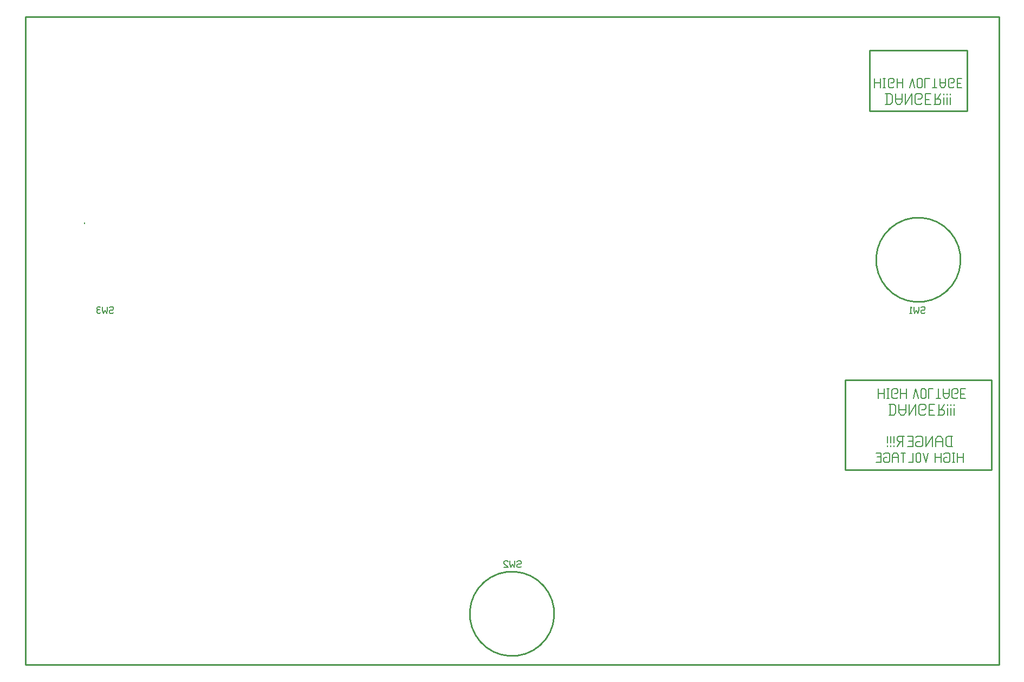
<source format=gbr>
G04 start of page 9 for group -4078 idx -4078 *
G04 Title: (unknown), bottomsilk *
G04 Creator: pcb 20140316 *
G04 CreationDate: Wed 29 Apr 2020 12:31:51 AM GMT UTC *
G04 For: railfan *
G04 Format: Gerber/RS-274X *
G04 PCB-Dimensions (mil): 6000.00 4000.00 *
G04 PCB-Coordinate-Origin: lower left *
%MOIN*%
%FSLAX25Y25*%
%LNBOTTOMSILK*%
%ADD74C,0.0080*%
%ADD73C,0.0100*%
G54D73*X595000Y120500D02*Y176000D01*
X505000D01*
Y120500D01*
X595000D01*
X580000Y341500D02*X520000D01*
Y379000D01*
X580000D01*
Y341500D01*
X500Y399500D02*X599500D01*
Y500D01*
X500D01*
Y399500D01*
G54D74*X530519Y345701D02*Y352341D01*
X532677Y345701D02*X533839Y346863D01*
Y351179D01*
X532677Y352341D02*X533839Y351179D01*
X529689Y352341D02*X532677D01*
X529689Y345701D02*X532677D01*
X535831Y347361D02*Y352341D01*
Y347361D02*X536993Y345701D01*
X538819D01*
X539981Y347361D01*
Y352341D01*
X535831Y349021D02*X539981D01*
X541973Y345701D02*Y352341D01*
Y345701D02*X546123Y352341D01*
Y345701D02*Y352341D01*
X551435Y345701D02*X552265Y346531D01*
X548945Y345701D02*X551435D01*
X548115Y346531D02*X548945Y345701D01*
X548115Y346531D02*Y351511D01*
X548945Y352341D01*
X551435D01*
X552265Y351511D01*
Y349851D02*Y351511D01*
X551435Y349021D02*X552265Y349851D01*
X549775Y349021D02*X551435D01*
X554257Y348689D02*X556747D01*
X554257Y352341D02*X557577D01*
X554257Y345701D02*Y352341D01*
Y345701D02*X557577D01*
X559569D02*X562889D01*
X563719Y346531D01*
Y348191D01*
X562889Y349021D02*X563719Y348191D01*
X560399Y349021D02*X562889D01*
X560399Y345701D02*Y352341D01*
X561727Y349021D02*X563719Y352341D01*
X565711Y351511D02*Y352341D01*
Y345701D02*Y349851D01*
X567703Y351511D02*Y352341D01*
Y345701D02*Y349851D01*
X569695Y351511D02*Y352341D01*
Y345701D02*Y349851D01*
X523030Y356055D02*Y361815D01*
X526630Y356055D02*Y361815D01*
X523030Y358935D02*X526630D01*
X528358Y356055D02*X529798D01*
X529078D02*Y361815D01*
X528358D02*X529798D01*
X534406Y356055D02*X535126Y356775D01*
X532246Y356055D02*X534406D01*
X531526Y356775D02*X532246Y356055D01*
X531526Y356775D02*Y361095D01*
X532246Y361815D01*
X534406D01*
X535126Y361095D01*
Y359655D02*Y361095D01*
X534406Y358935D02*X535126Y359655D01*
X532966Y358935D02*X534406D01*
X536854Y356055D02*Y361815D01*
X540454Y356055D02*Y361815D01*
X536854Y358935D02*X540454D01*
X544774Y356055D02*X546214Y361815D01*
X547654Y356055D01*
X549382Y356775D02*Y361095D01*
Y356775D02*X550102Y356055D01*
X551542D01*
X552262Y356775D01*
Y361095D01*
X551542Y361815D02*X552262Y361095D01*
X550102Y361815D02*X551542D01*
X549382Y361095D02*X550102Y361815D01*
X553990Y356055D02*Y361815D01*
X556870D01*
X558598Y356055D02*X561478D01*
X560038D02*Y361815D01*
X563206Y357495D02*Y361815D01*
Y357495D02*X564214Y356055D01*
X565798D01*
X566806Y357495D01*
Y361815D01*
X563206Y358935D02*X566806D01*
X571414Y356055D02*X572134Y356775D01*
X569254Y356055D02*X571414D01*
X568534Y356775D02*X569254Y356055D01*
X568534Y356775D02*Y361095D01*
X569254Y361815D01*
X571414D01*
X572134Y361095D01*
Y359655D02*Y361095D01*
X571414Y358935D02*X572134Y359655D01*
X569974Y358935D02*X571414D01*
X573862Y358647D02*X576022D01*
X573862Y361815D02*X576742D01*
X573862Y356055D02*Y361815D01*
Y356055D02*X576742D01*
X532793Y154390D02*Y161030D01*
X534951Y154390D02*X536113Y155552D01*
Y159868D01*
X534951Y161030D02*X536113Y159868D01*
X531963Y161030D02*X534951D01*
X531963Y154390D02*X534951D01*
X538105Y156050D02*Y161030D01*
Y156050D02*X539267Y154390D01*
X541093D01*
X542255Y156050D01*
Y161030D01*
X538105Y157710D02*X542255D01*
X544247Y154390D02*Y161030D01*
Y154390D02*X548397Y161030D01*
Y154390D02*Y161030D01*
X553709Y154390D02*X554539Y155220D01*
X551219Y154390D02*X553709D01*
X550389Y155220D02*X551219Y154390D01*
X550389Y155220D02*Y160200D01*
X551219Y161030D01*
X553709D01*
X554539Y160200D01*
Y158540D02*Y160200D01*
X553709Y157710D02*X554539Y158540D01*
X552049Y157710D02*X553709D01*
X556531Y157378D02*X559021D01*
X556531Y161030D02*X559851D01*
X556531Y154390D02*Y161030D01*
Y154390D02*X559851D01*
X561843D02*X565163D01*
X565993Y155220D01*
Y156880D01*
X565163Y157710D02*X565993Y156880D01*
X562673Y157710D02*X565163D01*
X562673Y154390D02*Y161030D01*
X564001Y157710D02*X565993Y161030D01*
X567985Y160200D02*Y161030D01*
Y154390D02*Y158540D01*
X569977Y160200D02*Y161030D01*
Y154390D02*Y158540D01*
X571969Y160200D02*Y161030D01*
Y154390D02*Y158540D01*
X525303Y164744D02*Y170504D01*
X528903Y164744D02*Y170504D01*
X525303Y167624D02*X528903D01*
X530631Y164744D02*X532071D01*
X531351D02*Y170504D01*
X530631D02*X532071D01*
X536679Y164744D02*X537399Y165464D01*
X534519Y164744D02*X536679D01*
X533799Y165464D02*X534519Y164744D01*
X533799Y165464D02*Y169784D01*
X534519Y170504D01*
X536679D01*
X537399Y169784D01*
Y168344D02*Y169784D01*
X536679Y167624D02*X537399Y168344D01*
X535239Y167624D02*X536679D01*
X539127Y164744D02*Y170504D01*
X542727Y164744D02*Y170504D01*
X539127Y167624D02*X542727D01*
X547047Y164744D02*X548487Y170504D01*
X549927Y164744D01*
X551655Y165464D02*Y169784D01*
Y165464D02*X552375Y164744D01*
X553815D01*
X554535Y165464D01*
Y169784D01*
X553815Y170504D02*X554535Y169784D01*
X552375Y170504D02*X553815D01*
X551655Y169784D02*X552375Y170504D01*
X556263Y164744D02*Y170504D01*
X559143D01*
X560871Y164744D02*X563751D01*
X562311D02*Y170504D01*
X565479Y166184D02*Y170504D01*
Y166184D02*X566487Y164744D01*
X568071D01*
X569079Y166184D01*
Y170504D01*
X565479Y167624D02*X569079D01*
X573687Y164744D02*X574407Y165464D01*
X571527Y164744D02*X573687D01*
X570807Y165464D02*X571527Y164744D01*
X570807Y165464D02*Y169784D01*
X571527Y170504D01*
X573687D01*
X574407Y169784D01*
Y168344D02*Y169784D01*
X573687Y167624D02*X574407Y168344D01*
X572247Y167624D02*X573687D01*
X576135Y167336D02*X578295D01*
X576135Y170504D02*X579015D01*
X576135Y164744D02*Y170504D01*
Y164744D02*X579015D01*
X570242Y134833D02*Y141473D01*
X568084D02*X566922Y140311D01*
Y135995D02*Y140311D01*
X568084Y134833D02*X566922Y135995D01*
X568084Y134833D02*X571072D01*
X568084Y141473D02*X571072D01*
X564930Y134833D02*Y139813D01*
X563768Y141473D01*
X561942D02*X563768D01*
X561942D02*X560780Y139813D01*
Y134833D02*Y139813D01*
Y138153D02*X564930D01*
X558788Y134833D02*Y141473D01*
X554638Y134833D01*
Y141473D01*
X549326D02*X548496Y140643D01*
X549326Y141473D02*X551816D01*
X552646Y140643D02*X551816Y141473D01*
X552646Y135663D02*Y140643D01*
Y135663D02*X551816Y134833D01*
X549326D02*X551816D01*
X549326D02*X548496Y135663D01*
Y137323D01*
X549326Y138153D02*X548496Y137323D01*
X549326Y138153D02*X550986D01*
X544014Y138485D02*X546504D01*
X543184Y134833D02*X546504D01*
Y141473D01*
X543184D02*X546504D01*
X537872D02*X541192D01*
X537872D02*X537042Y140643D01*
Y138983D02*Y140643D01*
X537872Y138153D02*X537042Y138983D01*
X537872Y138153D02*X540362D01*
Y134833D02*Y141473D01*
X539034Y138153D02*X537042Y134833D01*
X535050D02*Y135663D01*
Y137323D02*Y141473D01*
X533058Y134833D02*Y135663D01*
Y137323D02*Y141473D01*
X531066Y134833D02*Y135663D01*
Y137323D02*Y141473D01*
X577731Y125360D02*Y131120D01*
X574131Y125360D02*Y131120D01*
Y128240D02*X577731D01*
X570963Y131120D02*X572403D01*
X571683Y125360D02*Y131120D01*
X570963Y125360D02*X572403D01*
X566355Y131120D02*X565635Y130400D01*
X566355Y131120D02*X568515D01*
X569235Y130400D02*X568515Y131120D01*
X569235Y126080D02*Y130400D01*
Y126080D02*X568515Y125360D01*
X566355D02*X568515D01*
X566355D02*X565635Y126080D01*
Y127520D01*
X566355Y128240D02*X565635Y127520D01*
X566355Y128240D02*X567795D01*
X563907Y125360D02*Y131120D01*
X560307Y125360D02*Y131120D01*
Y128240D02*X563907D01*
X555987Y131120D02*X554547Y125360D01*
X553107Y131120D01*
X551379Y126080D02*Y130400D01*
X550659Y131120D01*
X549219D02*X550659D01*
X549219D02*X548499Y130400D01*
Y126080D02*Y130400D01*
X549219Y125360D02*X548499Y126080D01*
X549219Y125360D02*X550659D01*
X551379Y126080D02*X550659Y125360D01*
X546771D02*Y131120D01*
X543891Y125360D02*X546771D01*
X539283Y131120D02*X542163D01*
X540723Y125360D02*Y131120D01*
X537555Y125360D02*Y129680D01*
X536547Y131120D01*
X534963D02*X536547D01*
X534963D02*X533955Y129680D01*
Y125360D02*Y129680D01*
Y128240D02*X537555D01*
X529347Y131120D02*X528627Y130400D01*
X529347Y131120D02*X531507D01*
X532227Y130400D02*X531507Y131120D01*
X532227Y126080D02*Y130400D01*
Y126080D02*X531507Y125360D01*
X529347D02*X531507D01*
X529347D02*X528627Y126080D01*
Y127520D01*
X529347Y128240D02*X528627Y127520D01*
X529347Y128240D02*X530787D01*
X524739Y128528D02*X526899D01*
X524019Y125360D02*X526899D01*
Y131120D01*
X524019D02*X526899D01*
G54D73*X287000Y54517D02*G75*G03X287000Y54517I13000J-22517D01*G01*
X537000Y272517D02*G75*G03X537000Y272517I13000J-22517D01*G01*
X37000Y272517D02*G75*G03X37000Y272517I13000J-22517D01*G01*
G54D74*X552000Y221000D02*X551500Y220500D01*
X552000Y221000D02*X553500D01*
X554000Y220500D02*X553500Y221000D01*
X554000Y219500D02*Y220500D01*
Y219500D02*X553500Y219000D01*
X552000D02*X553500D01*
X552000D02*X551500Y218500D01*
Y217500D02*Y218500D01*
X552000Y217000D02*X551500Y217500D01*
X552000Y217000D02*X553500D01*
X554000Y217500D02*X553500Y217000D01*
X550300Y219000D02*Y221000D01*
Y219000D02*X549800Y217000D01*
X548800Y219000D01*
X547800Y217000D01*
X547300Y219000D01*
Y221000D01*
X546100Y220200D02*X545300Y221000D01*
Y217000D02*Y221000D01*
X544600Y217000D02*X546100D01*
X52712Y221000D02*X52212Y220500D01*
X52712Y221000D02*X54212D01*
X54712Y220500D02*X54212Y221000D01*
X54712Y219500D02*Y220500D01*
Y219500D02*X54212Y219000D01*
X52712D02*X54212D01*
X52712D02*X52212Y218500D01*
Y217500D02*Y218500D01*
X52712Y217000D02*X52212Y217500D01*
X52712Y217000D02*X54212D01*
X54712Y217500D02*X54212Y217000D01*
X51012Y219000D02*Y221000D01*
Y219000D02*X50512Y217000D01*
X49512Y219000D01*
X48512Y217000D01*
X48012Y219000D01*
Y221000D01*
X46812Y220500D02*X46312Y221000D01*
X45312D02*X46312D01*
X45312D02*X44812Y220500D01*
X45312Y217000D02*X44812Y217500D01*
X45312Y217000D02*X46312D01*
X46812Y217500D02*X46312Y217000D01*
X45312Y219200D02*X46312D01*
X44812Y219700D02*Y220500D01*
Y217500D02*Y218700D01*
X45312Y219200D01*
X44812Y219700D02*X45312Y219200D01*
X303500Y64500D02*X303000Y64000D01*
X303500Y64500D02*X305000D01*
X305500Y64000D02*X305000Y64500D01*
X305500Y63000D02*Y64000D01*
Y63000D02*X305000Y62500D01*
X303500D02*X305000D01*
X303500D02*X303000Y62000D01*
Y61000D02*Y62000D01*
X303500Y60500D02*X303000Y61000D01*
X303500Y60500D02*X305000D01*
X305500Y61000D02*X305000Y60500D01*
X301800Y62500D02*Y64500D01*
Y62500D02*X301300Y60500D01*
X300300Y62500D01*
X299300Y60500D01*
X298800Y62500D01*
Y64500D01*
X297600Y64000D02*X297100Y64500D01*
X295600D02*X297100D01*
X295600D02*X295100Y64000D01*
Y63000D02*Y64000D01*
X297600Y60500D02*X295100Y63000D01*
Y60500D02*X297600D01*
M02*

</source>
